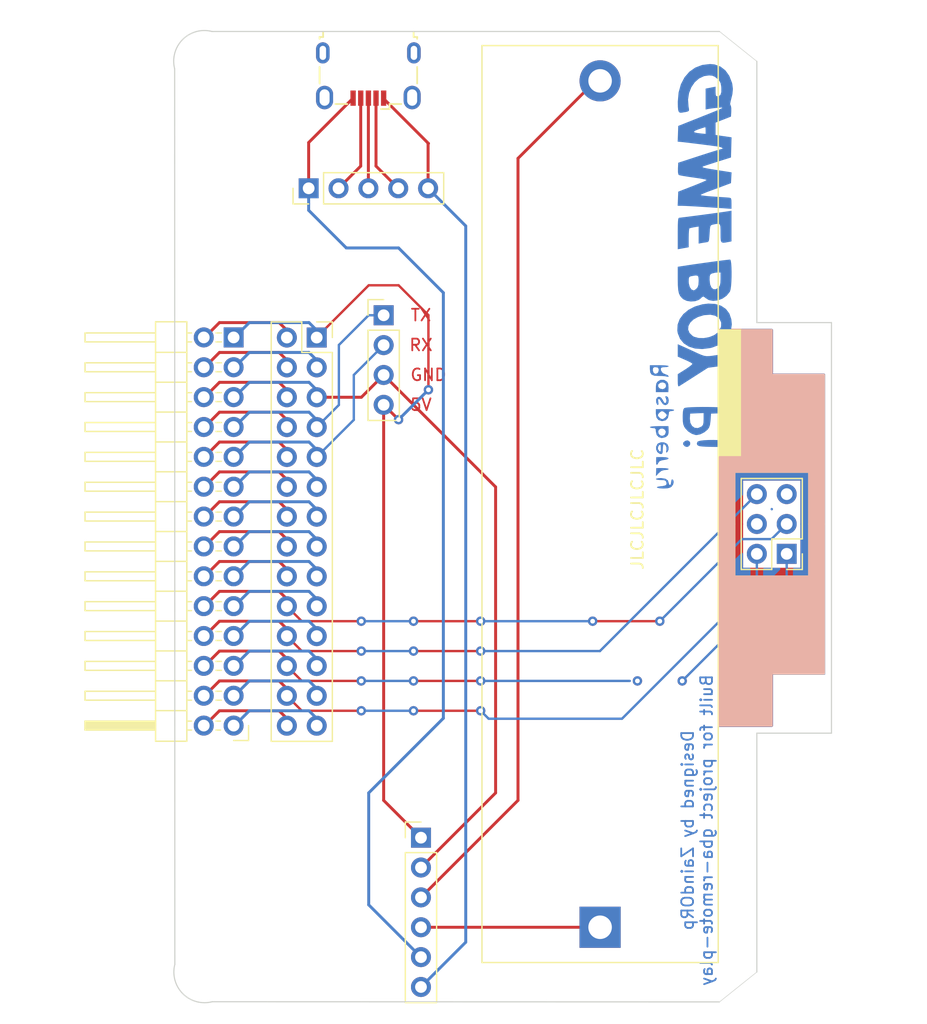
<source format=kicad_pcb>
(kicad_pcb (version 20211014) (generator pcbnew)
  (layers (0 "F.Cu" signal) (31 "B.Cu" signal) (34 "B.Paste" user) (35 "F.Paste" user) (36 "B.SilkS" user "B.Silkscreen") (37 "F.SilkS" user "F.Silkscreen") (38 "B.Mask" user) (39 "F.Mask" user) (44 "Edge.Cuts" user))
  (net 0 "")
  (footprint "Connector_PinSocket_2.54mm:PinSocket_2x14_P2.54mm_Vertical" (layer "F.Cu") (at 147.34 79.375)
    (fp_text reference "REF**" hide)
    (fp_text value "PinSocket_2x14_P2.54mm_Vertical")
    (pad "1" thru_hole rect (at 0 0) (size 1.7 1.7) (drill 1) (layers *.Cu *.Mask))
    (pad "2" thru_hole oval (at -2.54 0) (size 1.7 1.7) (drill 1) (layers *.Cu *.Mask))
    (pad "3" thru_hole oval (at 0 2.54) (size 1.7 1.7) (drill 1) (layers *.Cu *.Mask))
    (pad "4" thru_hole oval (at -2.54 2.54) (size 1.7 1.7) (drill 1) (layers *.Cu *.Mask))
    (pad "5" thru_hole oval (at 0 5.08) (size 1.7 1.7) (drill 1) (layers *.Cu *.Mask))
    (pad "6" thru_hole oval (at -2.54 5.08) (size 1.7 1.7) (drill 1) (layers *.Cu *.Mask))
    (pad "7" thru_hole oval (at 0 7.62) (size 1.7 1.7) (drill 1) (layers *.Cu *.Mask))
    (pad "8" thru_hole oval (at -2.54 7.62) (size 1.7 1.7) (drill 1) (layers *.Cu *.Mask))
    (pad "9" thru_hole oval (at 0 10.16) (size 1.7 1.7) (drill 1) (layers *.Cu *.Mask))
    (pad "10" thru_hole oval (at -2.54 10.16) (size 1.7 1.7) (drill 1) (layers *.Cu *.Mask))
    (pad "11" thru_hole oval (at 0 12.7) (size 1.7 1.7) (drill 1) (layers *.Cu *.Mask))
    (pad "12" thru_hole oval (at -2.54 12.7) (size 1.7 1.7) (drill 1) (layers *.Cu *.Mask))
    (pad "13" thru_hole oval (at 0 15.24) (size 1.7 1.7) (drill 1) (layers *.Cu *.Mask))
    (pad "14" thru_hole oval (at -2.54 15.24) (size 1.7 1.7) (drill 1) (layers *.Cu *.Mask))
    (pad "15" thru_hole oval (at 0 17.78) (size 1.7 1.7) (drill 1) (layers *.Cu *.Mask))
    (pad "16" thru_hole oval (at -2.54 17.78) (size 1.7 1.7) (drill 1) (layers *.Cu *.Mask))
    (pad "17" thru_hole oval (at 0 20.32) (size 1.7 1.7) (drill 1) (layers *.Cu *.Mask))
    (pad "18" thru_hole oval (at -2.54 20.32) (size 1.7 1.7) (drill 1) (layers *.Cu *.Mask))
    (pad "19" thru_hole oval (at 0 22.86) (size 1.7 1.7) (drill 1) (layers *.Cu *.Mask))
    (pad "20" thru_hole oval (at -2.54 22.86) (size 1.7 1.7) (drill 1) (layers *.Cu *.Mask))
    (pad "21" thru_hole oval (at 0 25.4) (size 1.7 1.7) (drill 1) (layers *.Cu *.Mask))
    (pad "22" thru_hole oval (at -2.54 25.4) (size 1.7 1.7) (drill 1) (layers *.Cu *.Mask))
    (pad "23" thru_hole oval (at 0 27.94) (size 1.7 1.7) (drill 1) (layers *.Cu *.Mask))
    (pad "24" thru_hole oval (at -2.54 27.94) (size 1.7 1.7) (drill 1) (layers *.Cu *.Mask))
    (pad "25" thru_hole oval (at 0 30.48) (size 1.7 1.7) (drill 1) (layers *.Cu *.Mask))
    (pad "26" thru_hole oval (at -2.54 30.48) (size 1.7 1.7) (drill 1) (layers *.Cu *.Mask))
    (pad "27" thru_hole oval (at 0 33.02) (size 1.7 1.7) (drill 1) (layers *.Cu *.Mask))
    (pad "28" thru_hole oval (at -2.54 33.02) (size 1.7 1.7) (drill 1) (layers *.Cu *.Mask))
  )
  (footprint "MountingHole:MountingHole_2.2mm_M2" (layer "F.Cu") (at 188.595 110.49)
    (fp_text reference "REF**" hide)
    (fp_text value "MountingHole_2.2mm_M2")
    (pad "" np_thru_hole circle (at 0 0) (size 2.2 2.2) (drill 2.2) (layers *.Cu *.Mask))
  )
  (footprint "Connector_PinHeader_2.54mm:PinHeader_1x04_P2.54mm_Vertical" (layer "F.Cu") (at 153.035 77.48)
    (fp_text reference "REF**" hide)
    (fp_text value "PinHeader_1x04_P2.54mm_Vertical")
    (pad "1" thru_hole rect (at 0 0) (size 1.7 1.7) (drill 1) (layers *.Cu *.Mask))
    (pad "2" thru_hole oval (at 0 2.54) (size 1.7 1.7) (drill 1) (layers *.Cu *.Mask))
    (pad "3" thru_hole oval (at 0 5.08) (size 1.7 1.7) (drill 1) (layers *.Cu *.Mask))
    (pad "4" thru_hole oval (at 0 7.62) (size 1.7 1.7) (drill 1) (layers *.Cu *.Mask))
  )
  (footprint "Symbol:OSHW-Symbol_6.7x6mm_Copper" (layer "F.Cu") (at 147.955 128.27 90)
    (fp_text reference "REF**" hide)
    (fp_text value "OSHW-Symbol_6.7x6mm_Copper" hide)
  )
  (footprint "Battery:BatteryHolder_MPD_BH-18650-PC2" (layer "F.Cu") (at 171.45 129.54 90)
    (fp_text reference "REF**" hide)
    (fp_text value "BatteryHolder_MPD_BH-18650-PC2")
    (pad "" np_thru_hole circle (at 64.255 0 90) (size 3.2 3.2) (drill 3.2) (layers *.Cu *.Mask))
    (pad "" np_thru_hole circle (at 8.645 0 90) (size 3.2 3.2) (drill 3.2) (layers *.Cu *.Mask))
    (pad "1" thru_hole rect (at 0 0 90) (size 3.5 3.5) (drill 2) (layers *.Cu *.Mask))
    (pad "2" thru_hole circle (at 72 0 90) (size 3.5 3.5) (drill 2) (layers *.Cu *.Mask))
  )
  (footprint "Connector_PinHeader_2.54mm:PinHeader_2x14_P2.54mm_Horizontal" (layer "F.Cu") (at 140.27 112.385 180)
    (fp_text reference "REF**" hide)
    (fp_text value "PinHeader_2x14_P2.54mm_Horizontal")
    (pad "1" thru_hole rect (at 0 33.02 180) (size 1.7 1.7) (drill 1) (layers *.Cu *.Mask))
    (pad "2" thru_hole oval (at 2.54 33.02 180) (size 1.7 1.7) (drill 1) (layers *.Cu *.Mask))
    (pad "3" thru_hole oval (at 0 30.48 180) (size 1.7 1.7) (drill 1) (layers *.Cu *.Mask))
    (pad "4" thru_hole oval (at 2.54 30.48 180) (size 1.7 1.7) (drill 1) (layers *.Cu *.Mask))
    (pad "5" thru_hole oval (at 0 27.94 180) (size 1.7 1.7) (drill 1) (layers *.Cu *.Mask))
    (pad "6" thru_hole oval (at 2.54 27.94 180) (size 1.7 1.7) (drill 1) (layers *.Cu *.Mask))
    (pad "7" thru_hole oval (at 0 25.4 180) (size 1.7 1.7) (drill 1) (layers *.Cu *.Mask))
    (pad "8" thru_hole oval (at 2.54 25.4 180) (size 1.7 1.7) (drill 1) (layers *.Cu *.Mask))
    (pad "9" thru_hole oval (at 0 22.86 180) (size 1.7 1.7) (drill 1) (layers *.Cu *.Mask))
    (pad "10" thru_hole oval (at 2.54 22.86 180) (size 1.7 1.7) (drill 1) (layers *.Cu *.Mask))
    (pad "11" thru_hole oval (at 0 20.32 180) (size 1.7 1.7) (drill 1) (layers *.Cu *.Mask))
    (pad "12" thru_hole oval (at 2.54 20.32 180) (size 1.7 1.7) (drill 1) (layers *.Cu *.Mask))
    (pad "13" thru_hole oval (at 0 17.78 180) (size 1.7 1.7) (drill 1) (layers *.Cu *.Mask))
    (pad "14" thru_hole oval (at 2.54 17.78 180) (size 1.7 1.7) (drill 1) (layers *.Cu *.Mask))
    (pad "15" thru_hole oval (at 0 15.24 180) (size 1.7 1.7) (drill 1) (layers *.Cu *.Mask))
    (pad "16" thru_hole oval (at 2.54 15.24 180) (size 1.7 1.7) (drill 1) (layers *.Cu *.Mask))
    (pad "17" thru_hole oval (at 0 12.7 180) (size 1.7 1.7) (drill 1) (layers *.Cu *.Mask))
    (pad "18" thru_hole oval (at 2.54 12.7 180) (size 1.7 1.7) (drill 1) (layers *.Cu *.Mask))
    (pad "19" thru_hole oval (at 0 10.16 180) (size 1.7 1.7) (drill 1) (layers *.Cu *.Mask))
    (pad "20" thru_hole oval (at 2.54 10.16 180) (size 1.7 1.7) (drill 1) (layers *.Cu *.Mask))
    (pad "21" thru_hole oval (at 0 7.62 180) (size 1.7 1.7) (drill 1) (layers *.Cu *.Mask))
    (pad "22" thru_hole oval (at 2.54 7.62 180) (size 1.7 1.7) (drill 1) (layers *.Cu *.Mask))
    (pad "23" thru_hole oval (at 0 5.08 180) (size 1.7 1.7) (drill 1) (layers *.Cu *.Mask))
    (pad "24" thru_hole oval (at 2.54 5.08 180) (size 1.7 1.7) (drill 1) (layers *.Cu *.Mask))
    (pad "25" thru_hole oval (at 0 2.54 180) (size 1.7 1.7) (drill 1) (layers *.Cu *.Mask))
    (pad "26" thru_hole oval (at 2.54 2.54 180) (size 1.7 1.7) (drill 1) (layers *.Cu *.Mask))
    (pad "27" thru_hole circle (at 0 0 180) (size 1.7 1.7) (drill 1) (layers *.Cu *.Mask))
    (pad "28" thru_hole oval (at 2.54 0 180) (size 1.7 1.7) (drill 1) (layers *.Cu *.Mask))
  )
  (footprint "Connector_PinHeader_2.54mm:PinHeader_1x05_P2.54mm_Vertical" (layer "F.Cu") (at 146.655 66.68 90)
    (fp_text reference "REF**" hide)
    (fp_text value "PinHeader_1x05_P2.54mm_Vertical")
    (pad "1" thru_hole rect (at 0 0 90) (size 1.7 1.7) (drill 1) (layers *.Cu *.Mask))
    (pad "2" thru_hole oval (at 0 2.54 90) (size 1.7 1.7) (drill 1) (layers *.Cu *.Mask))
    (pad "3" thru_hole oval (at 0 5.08 90) (size 1.7 1.7) (drill 1) (layers *.Cu *.Mask))
    (pad "4" thru_hole oval (at 0 7.62 90) (size 1.7 1.7) (drill 1) (layers *.Cu *.Mask))
    (pad "5" thru_hole oval (at 0 10.16 90) (size 1.7 1.7) (drill 1) (layers *.Cu *.Mask))
  )
  (footprint "MountingHole:MountingHole_2.2mm_M2" (layer "F.Cu") (at 188.595 80.645)
    (fp_text reference "REF**" hide)
    (fp_text value "MountingHole_2.2mm_M2")
    (pad "" np_thru_hole circle (at 0 0) (size 2.2 2.2) (drill 2.2) (layers *.Cu *.Mask))
  )
  (footprint "Connector_PinHeader_2.54mm:PinHeader_1x06_P2.54mm_Vertical" (layer "F.Cu") (at 156.21 121.92)
    (fp_text reference "REF**" hide)
    (fp_text value "PinHeader_1x06_P2.54mm_Vertical")
    (pad "1" thru_hole rect (at 0 0) (size 1.7 1.7) (drill 1) (layers *.Cu *.Mask))
    (pad "2" thru_hole oval (at 0 2.54) (size 1.7 1.7) (drill 1) (layers *.Cu *.Mask))
    (pad "3" thru_hole oval (at 0 5.08) (size 1.7 1.7) (drill 1) (layers *.Cu *.Mask))
    (pad "4" thru_hole oval (at 0 7.62) (size 1.7 1.7) (drill 1) (layers *.Cu *.Mask))
    (pad "5" thru_hole oval (at 0 10.16) (size 1.7 1.7) (drill 1) (layers *.Cu *.Mask))
    (pad "6" thru_hole oval (at 0 12.7) (size 1.7 1.7) (drill 1) (layers *.Cu *.Mask))
  )
  (footprint "Connector_USB:USB_Micro-B_Wuerth_629105150521" (layer "F.Cu") (at 151.735 57.11 180)
    (fp_text reference "REF**" hide)
    (fp_text value "USB_Micro-B_Wuerth_629105150521")
    (pad "" np_thru_hole oval (at 2.5 -0.8 180) (size 0.8 0.8) (drill 0.8) (layers *.Cu *.Mask))
    (pad "" np_thru_hole oval (at -2.5 -0.8 180) (size 0.8 0.8) (drill 0.8) (layers *.Cu *.Mask))
    (pad "1" smd rect (at -1.3 -1.9 180) (size 0.45 1.3) (layers "F.Cu" "F.Paste" "F.Mask"))
    (pad "2" smd rect (at -0.65 -1.9 180) (size 0.45 1.3) (layers "F.Cu" "F.Paste" "F.Mask"))
    (pad "3" smd rect (at 0 -1.9 180) (size 0.45 1.3) (layers "F.Cu" "F.Paste" "F.Mask"))
    (pad "4" smd rect (at 0.65 -1.9 180) (size 0.45 1.3) (layers "F.Cu" "F.Paste" "F.Mask"))
    (pad "5" smd rect (at 1.3 -1.9 180) (size 0.45 1.3) (layers "F.Cu" "F.Paste" "F.Mask"))
    (pad "6" thru_hole oval (at -3.725 -1.85 180) (size 1.45 2) (drill oval 0.85 1.4) (layers *.Cu *.Mask))
    (pad "6" thru_hole oval (at 3.875 1.95 180) (size 1.15 1.8) (drill oval 0.55 1.2) (layers *.Cu *.Mask))
    (pad "6" thru_hole oval (at 3.725 -1.85 180) (size 1.45 2) (drill oval 0.85 1.4) (layers *.Cu *.Mask))
    (pad "6" thru_hole oval (at -3.875 1.95 180) (size 1.15 1.8) (drill oval 0.55 1.2) (layers *.Cu *.Mask))
  )
  (footprint "Connector_PinHeader_2.54mm:PinHeader_2x03_P2.54mm_Vertical" (layer "F.Cu") (at 187.325 97.775 180)
    (fp_text reference "REF**" hide)
    (fp_text value "PinHeader_2x03_P2.54mm_Vertical")
    (pad "1" thru_hole oval (at 2.54 5.08 180) (size 1.7 1.7) (drill 1) (layers *.Cu *.Mask))
    (pad "2" thru_hole oval (at 0 5.08 180) (size 1.7 1.7) (drill 1) (layers *.Cu *.Mask))
    (pad "3" thru_hole oval (at 2.54 2.54 180) (size 1.7 1.7) (drill 1) (layers *.Cu *.Mask))
    (pad "4" thru_hole oval (at 0 2.54 180) (size 1.7 1.7) (drill 1) (layers *.Cu *.Mask))
    (pad "5" thru_hole oval (at 2.54 0 180) (size 1.7 1.7) (drill 1) (layers *.Cu *.Mask))
    (pad "6" thru_hole rect (at 0 0 180) (size 1.7 1.7) (drill 1) (layers *.Cu *.Mask))
  )
  (footprint "LOGO" (layer "B.Cu") (at 179.07 86.995 -90)
    (fp_text reference "G***" hide)
    (fp_text value "LOGO" hide)
    (fp_poly (pts (xy 1.910359 2.851996) (xy 2.131006 2.747646) (xy 2.270273 2.560473) (xy 2.293646 2.4275) (xy 2.259504 2.34074) (xy 2.132069 2.29774) (xy 1.873825 2.286002) (xy 1.868896 2.286) (xy 1.626578 2.272632) (xy 1.47279 2.238455) (xy 1.444147 2.2117) (xy 1.518418 2.069307) (xy 1.704047 1.982283) (xy 1.945257 1.975568) (xy 1.964416 1.979073) (xy 2.136323 2.004607) (xy 2.171267 1.973383) (xy 2.123703 1.904948) (xy 1.937844 1.798322) (xy 1.694405 1.79204) (xy 1.470374 1.883074) (xy 1.414839 1.932833) (xy 1.298979 2.165208) (xy 1.287249 2.440138) (xy 1.311034 2.503017) (xy 1.485266 2.503017) (xy 1.548507 2.465599) (xy 1.74824 2.45542) (xy 1.783947 2.455333) (xy 2.002642 2.463157) (xy 2.081201 2.496403) (xy 2.049041 2.569732) (xy 2.038796 2.582333) (xy 1.876822 2.690753) (xy 1.783947 2.709333) (xy 1.605812 2.648266) (xy 1.529097 2.582333) (xy 1.485266 2.503017) (xy 1.311034 2.503017) (xy 1.37824 2.68069) (xy 1.429599 2.738544) (xy 1.6595 2.855102)) (layer "B.Cu") (width 0) (fill solid))
    (fp_poly (pts (xy -4.640836 3.352757) (xy -4.459851 3.233971) (xy -4.370171 3.00472) (xy -4.351661 2.643855) (xy -4.346338 2.337231) (xy -4.320776 2.072166) (xy -4.296189 1.958483) (xy -4.268157 1.814368) (xy -4.331025 1.791685) (xy -4.344764 1.795781) (xy -4.443765 1.900373) (xy -4.487113 2.038632) (xy -4.592569 2.281931) (xy -4.801506 2.430787) (xy -4.943327 2.455333) (xy -5.04522 2.420136) (xy -5.089838 2.287114) (xy -5.09699 2.116666) (xy -5.115831 1.904593) (xy -5.162897 1.786636) (xy -5.18194 1.778) (xy -5.222009 1.858226) (xy -5.25079 2.081568) (xy -5.265536 2.422023) (xy -5.266889 2.582333) (xy -5.266889 2.935111) (xy -5.09699 2.935111) (xy -5.075031 2.757302) (xy -5.040357 2.681111) (xy -4.883012 2.625694) (xy -4.692335 2.66787) (xy -4.596227 2.740935) (xy -4.531735 2.913979) (xy -4.609422 3.057742) (xy -4.802039 3.130363) (xy -4.851229 3.132666) (xy -5.030159 3.106859) (xy -5.093148 3.002886) (xy -5.09699 2.935111) (xy -5.266889 2.935111) (xy -5.266889 3.386666) (xy -4.933158 3.386666)) (layer "B.Cu") (width 0) (fill solid))
    (fp_poly (pts (xy 3.131952 2.847596) (xy 3.219286 2.800376) (xy 3.145591 2.720551) (xy 3.036957 2.66591) (xy 2.900931 2.558395) (xy 2.825601 2.356006) (xy 2.803345 2.207908) (xy 2.749539 1.920145) (xy 2.682142 1.793679) (xy 2.616171 1.822888) (xy 2.566643 2.002153) (xy 2.548495 2.303287) (xy 2.548495 2.842684) (xy 2.888294 2.856189)) (layer "B.Cu") (width 0) (fill solid))
    (fp_poly (pts (xy -0.496889 0.583804) (xy -0.247066 0.548958) (xy -0.052101 0.475743) (xy 0.095564 0.38617) (xy 0.367256 0.133315) (xy 0.573127 -0.187429) (xy 0.674904 -0.512284) (xy 0.679599 -0.587015) (xy 0.615867 -0.902485) (xy 0.449226 -1.239722) (xy 0.216696 -1.524) (xy 0.040918 -1.651075) (xy -0.180207 -1.727658) (xy -0.503455 -1.771851) (xy -0.580038 -1.778) (xy -1.146823 -1.820334) (xy -1.171477 -2.517677) (xy -1.190467 -2.876369) (xy -1.222184 -3.102225) (xy -1.275127 -3.231692) (xy -1.353694 -3.299065) (xy -1.520034 -3.333981) (xy -1.598241 -3.278648) (xy -1.634556 -3.151978) (xy -1.664381 -2.887881) (xy -1.687524 -2.517927) (xy -1.703796 -2.07369) (xy -1.713003 -1.586743) (xy -1.714577 -1.185334) (xy -1.19706 -1.185334) (xy -0.688297 -1.185334) (xy -0.387441 -1.175291) (xy -0.204545 -1.135132) (xy -0.088343 -1.049806) (xy -0.047292 -0.997161) (xy 0.080308 -0.70201) (xy 0.057216 -0.429884) (xy -0.097391 -0.207156) (xy -0.36434 -0.060199) (xy -0.724453 -0.015384) (xy -0.759827 -0.0172) (xy -1.146823 -0.042334) (xy -1.171941 -0.613834) (xy -1.19706 -1.185334) (xy -1.714577 -1.185334) (xy -1.714956 -1.088658) (xy -1.709464 -0.611008) (xy -1.696334 -0.185366) (xy -1.675375 0.156697) (xy -1.646398 0.383607) (xy -1.620866 0.457477) (xy -1.50977 0.532454) (xy -1.308637 0.575213) (xy -0.983079 0.591855) (xy -0.858816 0.592666)) (layer "B.Cu") (width 0) (fill solid))
    (fp_poly (pts (xy 0.059646 3.313094) (xy 0.084943 3.135827) (xy 0.08495 3.132666) (xy 0.102739 2.959322) (xy 0.191045 2.890304) (xy 0.369108 2.878666) (xy 0.662522 2.810639) (xy 0.856675 2.631834) (xy 0.933596 2.380171) (xy 0.875309 2.093566) (xy 0.801863 1.965683) (xy 0.67623 1.842245) (xy 0.492997 1.792986) (xy 0.292164 1.791238) (xy -0.08495 1.805455) (xy -0.08495 2.344706) (xy 0.115865 2.344706) (xy 0.178343 2.164244) (xy 0.328083 2.047635) (xy 0.424749 2.032) (xy 0.604298 2.093064) (xy 0.676216 2.154937) (xy 0.745112 2.342408) (xy 0.687478 2.524021) (xy 0.540798 2.649728) (xy 0.342553 2.669481) (xy 0.300558 2.656521) (xy 0.152615 2.528854) (xy 0.115865 2.344706) (xy -0.08495 2.344706) (xy -0.08495 2.596061) (xy -0.07634 2.970864) (xy -0.052412 3.239483) (xy -0.016021 3.375356) (xy 0 3.386666)) (layer "B.Cu") (width 0) (fill solid))
    (fp_poly (pts (xy 1.51498 -0.648974) (xy 1.575327 -0.712454) (xy 1.618155 -0.833109) (xy 1.647387 -1.038816) (xy 1.666944 -1.357449) (xy 1.680747 -1.816886) (xy 1.681029 -1.829397) (xy 1.686946 -2.257763) (xy 1.685367 -2.637331) (xy 1.67692 -2.92919) (xy 1.66223 -3.094431) (xy 1.660525 -3.102161) (xy 1.556821 -3.28732) (xy 1.398574 -3.327267) (xy 1.239754 -3.226124) (xy 1.177521 -3.073018) (xy 1.131931 -2.795313) (xy 1.102997 -2.432331) (xy 1.090732 -2.023397) (xy 1.09515 -1.607836) (xy 1.116263 -1.224972) (xy 1.154086 -0.914128) (xy 1.208631 -0.714629) (xy 1.238893 -0.671444) (xy 1.402457 -0.605912)) (layer "B.Cu") (width 0) (fill solid))
    (fp_poly (pts (xy 4.466131 2.802579) (xy 4.496858 2.60829) (xy 4.502341 2.461039) (xy 4.514279 2.200667) (xy 4.562174 2.060548) (xy 4.664148 1.992536) (xy 4.680792 1.986961) (xy 4.849383 1.967675) (xy 4.953456 2.05644) (xy 5.010624 2.277018) (xy 5.027915 2.455333) (xy 5.062049 2.701751) (xy 5.110698 2.794561) (xy 5.161884 2.747417) (xy 5.203627 2.573976) (xy 5.223951 2.287889) (xy 5.224415 2.231336) (xy 5.207616 1.889308) (xy 5.149607 1.664711) (xy 5.062586 1.532836) (xy 4.8775 1.404134) (xy 4.667258 1.355778) (xy 4.498635 1.398126) (xy 4.459866 1.439333) (xy 4.45484 1.526501) (xy 4.47609 1.536896) (xy 4.620666 1.567372) (xy 4.629766 1.569463) (xy 4.79262 1.595944) (xy 4.820903 1.5989) (xy 4.921571 1.650193) (xy 4.900464 1.730878) (xy 4.777967 1.777622) (xy 4.763259 1.778) (xy 4.531549 1.850657) (xy 4.387295 2.066136) (xy 4.332856 2.420697) (xy 4.332442 2.461381) (xy 4.347931 2.700878) (xy 4.387478 2.851803) (xy 4.417391 2.878666)) (layer "B.Cu") (width 0) (fill solid))
    (fp_poly (pts (xy -0.815962 2.824091) (xy -0.600596 2.65942) (xy -0.512265 2.38324) (xy -0.509699 2.313622) (xy -0.58245 2.032191) (xy -0.783731 1.845816) (xy -1.088087 1.778002) (xy -1.089799 1.778) (xy -1.278852 1.757739) (xy -1.350967 1.671027) (xy -1.359197 1.57133) (xy -1.390519 1.392057) (xy -1.444147 1.312333) (xy -1.486857 1.364592) (xy -1.515305 1.575557) (xy -1.528354 1.935104) (xy -1.529097 2.069336) (xy -1.529097 2.350119) (xy -1.359197 2.350119) (xy -1.305077 2.219195) (xy -1.183286 2.065698) (xy -1.054674 1.960283) (xy -1.0123 1.947333) (xy -0.90603 2.000834) (xy -0.813091 2.080381) (xy -0.704776 2.23628) (xy -0.679599 2.328333) (xy -0.73767 2.476555) (xy -0.867888 2.627769) (xy -1.004259 2.707979) (xy -1.019398 2.709333) (xy -1.146318 2.64671) (xy -1.282332 2.508138) (xy -1.357492 2.367558) (xy -1.359197 2.350119) (xy -1.529097 2.350119) (xy -1.529097 2.878666) (xy -1.159989 2.878666)) (layer "B.Cu") (width 0) (fill solid))
    (fp_poly (pts (xy 3.912044 2.628718) (xy 3.722683 2.400731) (xy 3.655093 2.153481) (xy 3.652843 2.082697) (xy 3.632051 1.883533) (xy 3.580751 1.781508) (xy 3.567893 1.778) (xy 3.523143 1.855498) (xy 3.492629 2.059642) (xy 3.482943 2.310342) (xy 3.482943 2.842684) (xy 4.171245 2.87004)) (layer "B.Cu") (width 0) (fill solid))
    (fp_poly (pts (xy 1.645595 0.404351) (xy 1.646982 0.402166) (xy 1.692545 0.21457) (xy 1.620637 0.053828) (xy 1.476715 -0.044135) (xy 1.30624 -0.043394) (xy 1.190234 0.041209) (xy 1.123019 0.185942) (xy 1.17015 0.372632) (xy 1.177743 0.389536) (xy 1.314933 0.551006) (xy 1.483177 0.556275)) (layer "B.Cu") (width 0) (fill solid))
    (fp_poly (pts (xy -2.973244 1.814827) (xy -3.351465 1.798421) (xy -3.665052 1.819555) (xy -3.855599 1.907509) (xy -4.020405 2.168408) (xy -4.023397 2.275792) (xy -3.806281 2.275792) (xy -3.725841 2.091207) (xy -3.69165 2.061191) (xy -3.498916 2.004301) (xy -3.327242 2.081482) (xy -3.232972 2.261161) (xy -3.228094 2.320945) (xy -3.283653 2.537228) (xy -3.420371 2.667667) (xy -3.593303 2.67587) (xy -3.638726 2.653443) (xy -3.775005 2.488252) (xy -3.806281 2.275792) (xy -4.023397 2.275792) (xy -4.028173 2.447216) (xy -3.984631 2.557968) (xy -3.859912 2.745118) (xy -3.703154 2.841391) (xy -3.456714 2.875097) (xy -3.334281 2.87737) (xy -2.973244 2.878666)) (layer "B.Cu") (width 0) (fill solid))
    (fp_poly (pts (xy -2.099113 2.848347) (xy -2.094419 2.847188) (xy -1.911766 2.768923) (xy -1.873018 2.689477) (xy -1.973417 2.64961) (xy -2.115658 2.665229) (xy -2.331095 2.683044) (xy -2.402847 2.627975) (xy -2.325999 2.524833) (xy -2.162582 2.428322) (xy -1.943189 2.267436) (xy -1.865969 2.089083) (xy -1.910834 1.925997) (xy -2.057694 1.810914) (xy -2.286461 1.776569) (xy -2.527257 1.834073) (xy -2.624123 1.94573) (xy -2.633445 1.999701) (xy -2.603968 2.077724) (xy -2.488062 2.044602) (xy -2.456907 2.028459) (xy -2.266756 1.975194) (xy -2.105505 2.002961) (xy -2.038796 2.09873) (xy -2.10866 2.17715) (xy -2.280279 2.27614) (xy -2.314883 2.291887) (xy -2.520903 2.44062) (xy -2.585947 2.611911) (xy -2.526404 2.764482) (xy -2.358663 2.857053)) (layer "B.Cu") (width 0) (fill solid))
  )
  (footprint "LOGO" (layer "B.Cu") (at 180.34 69.85 -90)
    (fp_text reference "G***" hide)
    (fp_text value "LOGO" hide)
    (fp_poly (pts (xy 9.159105 2.283322) (xy 9.643019 2.087924) (xy 10.026056 1.767209) (xy 10.301874 1.336349) (xy 10.464131 0.810515) (xy 10.506483 0.204879) (xy 10.422589 -0.465388) (xy 10.38137 -0.640406) (xy 10.157283 -1.229039) (xy 9.81849 -1.694042) (xy 9.362972 -2.038184) (xy 9.358979 -2.040387) (xy 8.876047 -2.248714) (xy 8.407801 -2.317882) (xy 7.979598 -2.276503) (xy 7.486238 -2.109743) (xy 7.098639 -1.818111) (xy 6.823163 -1.413824) (xy 6.666177 -0.9091) (xy 6.643334 -0.487609) (xy 7.583238 -0.487609) (xy 7.672755 -0.908675) (xy 7.894032 -1.226073) (xy 7.951934 -1.275548) (xy 8.249094 -1.409817) (xy 8.587269 -1.40408) (xy 8.92087 -1.263844) (xy 9.077374 -1.139621) (xy 9.321383 -0.810035) (xy 9.488461 -0.391309) (xy 9.57136 0.066448) (xy 9.56283 0.513124) (xy 9.455622 0.898612) (xy 9.38923 1.016091) (xy 9.133391 1.282208) (xy 8.846621 1.397585) (xy 8.548543 1.37309) (xy 8.258784 1.219592) (xy 7.99697 0.94796) (xy 7.782726 0.569062) (xy 7.635679 0.093767) (xy 7.625001 0.039064) (xy 7.583238 -0.487609) (xy 6.643334 -0.487609) (xy 6.634042 -0.316158) (xy 6.697044 0.186004) (xy 6.883696 0.828381) (xy 7.165621 1.373926) (xy 7.527219 1.809352) (xy 7.952891 2.121371) (xy 8.42704 2.296695) (xy 8.934066 2.322037)) (layer "B.Cu") (width 0) (fill solid))
    (fp_poly (pts (xy -1.679627 1.927848) (xy -1.672499 1.679042) (xy -1.652665 1.270374) (xy -1.620659 0.710797) (xy -1.577014 0.009261) (xy -1.522265 -0.825279) (xy -1.467441 -1.631862) (xy -1.422233 -2.288028) (xy -1.890252 -2.288028) (xy -2.159845 -2.281276) (xy -2.302642 -2.249898) (xy -2.360995 -2.177212) (xy -2.3739 -2.097528) (xy -2.385032 -1.959071) (xy -2.396281 -1.810385) (xy -2.41002 -1.617656) (xy -2.428625 -1.347072) (xy -2.454468 -0.964819) (xy -2.477923 -0.615862) (xy -2.508011 -0.237329) (xy -2.541321 0.069862) (xy -2.573596 0.272007) (xy -2.59824 0.336268) (xy -2.649799 0.262004) (xy -2.74152 0.063025) (xy -2.85788 -0.225468) (xy -2.92494 -0.404565) (xy -3.076651 -0.818225) (xy -3.236616 -1.25139) (xy -3.375332 -1.624231) (xy -3.401995 -1.695362) (xy -3.608712 -2.245695) (xy -4.067898 -2.270602) (xy -4.527085 -2.295508) (xy -4.71629 -1.088711) (xy -4.797328 -0.582288) (xy -4.859693 -0.223024) (xy -4.908284 0.009609) (xy -4.948 0.136137) (xy -4.98374 0.177086) (xy -5.014377 0.16025) (xy -5.049589 0.071173) (xy -5.125331 -0.150199) (xy -5.23186 -0.474467) (xy -5.359431 -0.872228) (xy -5.418902 -1.060362) (xy -5.791989 -2.245695) (xy -6.649535 -2.269736) (xy -7.507082 -2.293777) (xy -7.557343 -1.952236) (xy -7.605581 -1.624325) (xy -7.654478 -1.291766) (xy -7.657379 -1.272028) (xy -7.707155 -0.933362) (xy -8.754856 -0.933362) (xy -9.011959 -1.589528) (xy -9.269062 -2.245695) (xy -9.721486 -2.271742) (xy -9.983993 -2.271371) (xy -10.171907 -2.242432) (xy -10.227472 -2.211126) (xy -10.349665 -2.173825) (xy -10.615604 -2.225233) (xy -10.658819 -2.23785) (xy -11.183571 -2.367627) (xy -11.622109 -2.407301) (xy -12.029438 -2.360209) (xy -12.157121 -2.328748) (xy -12.741118 -2.099625) (xy -13.199837 -1.771375) (xy -13.524417 -1.354394) (xy -13.705996 -0.859079) (xy -13.743259 -0.467695) (xy -13.664415 0.200945) (xy -13.441027 0.793439) (xy -13.084224 1.300273) (xy -12.605136 1.71193) (xy -12.014893 2.018896) (xy -11.324622 2.211655) (xy -10.545455 2.280692) (xy -10.528604 2.280746) (xy -10.107623 2.274912) (xy -9.830056 2.249089) (xy -9.670268 2.193114) (xy -9.602624 2.096826) (xy -9.60149 1.950061) (xy -9.606736 1.915281) (xy -9.660079 1.595505) (xy -9.707919 1.410894) (xy -9.779137 1.330809) (xy -9.902616 1.324608) (xy -10.107236 1.361652) (xy -10.125357 1.365075) (xy -10.70811 1.407625) (xy -11.261132 1.324124) (xy -11.761292 1.129831) (xy -12.185458 0.840004) (xy -12.510501 0.4699) (xy -12.713289 0.034778) (xy -12.77227 -0.380899) (xy -12.748358 -0.657691) (xy -12.653064 -0.873952) (xy -12.489887 -1.074649) (xy -12.298521 -1.259844) (xy -12.112953 -1.360448) (xy -11.859848 -1.409947) (xy -11.728015 -1.422546) (xy -11.350179 -1.423356) (xy -11.113247 -1.346968) (xy -11.004646 -1.187723) (xy -10.99427 -1.092328) (xy -11.020758 -0.995308) (xy -11.127519 -0.947664) (xy -11.355498 -0.933563) (xy -11.405421 -0.933362) (xy -11.816572 -0.933362) (xy -11.732869 -0.510028) (xy -11.649165 -0.086695) (xy -9.874759 -0.086695) (xy -9.925987 -0.361862) (xy -9.961976 -0.601823) (xy -9.999734 -0.924539) (xy -10.020897 -1.145028) (xy -10.035735 -1.327192) (xy -10.040533 -1.452908) (xy -10.028939 -1.509976) (xy -9.994603 -1.486195) (xy -9.931174 -1.369365) (xy -9.832302 -1.147285) (xy -9.691635 -0.807754) (xy -9.502823 -0.338572) (xy -9.391676 -0.059444) (xy -8.369604 -0.059444) (xy -8.295233 -0.077728) (xy -8.113227 -0.086549) (xy -8.083671 -0.086695) (xy -7.797738 -0.086695) (xy -7.836348 0.315472) (xy -7.881458 0.676814) (xy -7.935241 0.869913) (xy -8.003773 0.89584) (xy -8.093135 0.755666) (xy -8.209403 0.450462) (xy -8.23135 0.385056) (xy -8.30943 0.144617) (xy -8.359558 -0.018955) (xy -8.369604 -0.059444) (xy -9.391676 -0.059444) (xy -9.259514 0.272462) (xy -9.183537 0.463638) (xy -8.47696 2.241638) (xy -7.807007 2.265927) (xy -7.137053 2.290215) (xy -7.117641 2.05426) (xy -7.099152 1.875546) (xy -7.063317 1.56545) (xy -7.014694 1.160499) (xy -6.957837 0.697222) (xy -6.897304 0.212146) (xy -6.837652 -0.258199) (xy -6.783436 -0.677286) (xy -6.739214 -1.008587) (xy -6.710642 -1.208528) (xy -6.658619 -1.402158) (xy -6.589539 -1.517927) (xy -6.529904 -1.528404) (xy -6.506154 -1.420195) (xy -6.480626 -1.311754) (xy -6.4096 -1.067266) (xy -6.3007 -0.711468) (xy -6.161552 -0.269099) (xy -5.999779 0.235104) (xy -5.925526 0.463638) (xy -5.345681 2.241638) (xy -4.854663 2.267428) (xy -4.528877 2.266039) (xy -4.337349 2.223301) (xy -4.301803 2.193155) (xy -4.268162 2.075771) (xy -4.219539 1.82471) (xy -4.161898 1.474327) (xy -4.101205 1.058979) (xy -4.087843 0.960866) (xy -4.028206 0.546616) (xy -3.970773 0.200362) (xy -3.921207 -0.047246) (xy -3.885174 -0.165559) (xy -3.878612 -0.171362) (xy -3.829902 -0.096679) (xy -3.733223 0.109254) (xy -3.600403 0.419264) (xy -3.443271 0.806178) (xy -3.353399 1.035138) (xy -2.885299 2.241638) (xy -1.680937 2.29139)) (layer "B.Cu") (width 0) (fill solid))
    (fp_poly (pts (xy 5.086527 2.275885) (xy 5.480138 2.245658) (xy 5.769447 2.184344) (xy 5.986712 2.082995) (xy 6.164193 1.932663) (xy 6.270254 1.808579) (xy 6.407113 1.524911) (xy 6.461275 1.169972) (xy 6.434256 0.806265) (xy 6.327573 0.496297) (xy 6.235396 0.371275) (xy 6.080154 0.205895) (xy 6.036097 0.102051) (xy 6.091912 0.004373) (xy 6.148464 -0.054191) (xy 6.340644 -0.357391) (xy 6.409518 -0.727854) (xy 6.364905 -1.128192) (xy 6.21662 -1.521015) (xy 5.97448 -1.868932) (xy 5.648302 -2.134554) (xy 5.594516 -2.164069) (xy 5.417853 -2.21496) (xy 5.130519 -2.253871) (xy 4.766718 -2.280698) (xy 4.360653 -2.295335) (xy 3.94653 -2.297676) (xy 3.558552 -2.287614) (xy 3.230923 -2.265045) (xy 2.997848 -2.229863) (xy 2.893532 -2.181961) (xy 2.891063 -2.172432) (xy 2.902445 -2.040748) (xy 2.933961 -1.770926) (xy 2.981664 -1.392442) (xy 2.986346 -1.356695) (xy 3.99173 -1.356695) (xy 4.542063 -1.356695) (xy 4.874382 -1.344662) (xy 5.0885 -1.30073) (xy 5.234348 -1.213151) (xy 5.26173 -1.187362) (xy 5.414011 -0.958274) (xy 5.411215 -0.751072) (xy 5.267511 -0.582215) (xy 4.997067 -0.468163) (xy 4.614053 -0.425377) (xy 4.605795 -0.425362) (xy 4.3384 -0.434057) (xy 4.18924 -0.473973) (xy 4.10754 -0.565859) (xy 4.074301 -0.64254) (xy 4.010971 -0.898595) (xy 3.99173 -1.108207) (xy 3.99173 -1.356695) (xy 2.986346 -1.356695) (xy 3.041606 -0.93477) (xy 3.109841 -0.427386) (xy 3.182421 0.100237) (xy 3.255399 0.618622) (xy 3.279469 0.784912) (xy 4.24652 0.784912) (xy 4.258842 0.610823) (xy 4.36092 0.530098) (xy 4.578066 0.507043) (xy 4.711396 0.505972) (xy 5.032034 0.525484) (xy 5.240688 0.593593) (xy 5.346396 0.675305) (xy 5.470704 0.826938) (xy 5.51573 0.929305) (xy 5.438129 1.111455) (xy 5.232298 1.256039) (xy 4.938696 1.340263) (xy 4.764313 1.352639) (xy 4.515506 1.345243) (xy 4.385734 1.304035) (xy 4.324782 1.200484) (xy 4.298646 1.088055) (xy 4.24652 0.784912) (xy 3.279469 0.784912) (xy 3.324829 1.098295) (xy 3.365949 1.373805) (xy 3.503906 2.283972) (xy 4.556356 2.283972)) (layer "B.Cu") (width 0) (fill solid))
    (fp_poly (pts (xy 1.846749 1.352638) (xy 1.061569 1.352638) (xy 0.715013 1.346228) (xy 0.437922 1.329037) (xy 0.269918 1.304123) (xy 0.238826 1.289138) (xy 0.202752 1.172264) (xy 0.157375 0.955462) (xy 0.141721 0.865805) (xy 0.082179 0.505972) (xy 1.532163 0.505972) (xy 1.490157 0.273138) (xy 1.446775 0.0101) (xy 1.420663 -0.171362) (xy 1.397794 -0.275049) (xy 1.338775 -0.34078) (xy 1.208637 -0.380582) (xy 0.972407 -0.406483) (xy 0.682129 -0.425362) (xy 0.335958 -0.448029) (xy 0.122616 -0.474817) (xy 0.005887 -0.519753) (xy -0.050442 -0.596866) (xy -0.082587 -0.720182) (xy -0.082909 -0.721695) (xy -0.141192 -1.008014) (xy -0.152079 -1.192075) (xy -0.089624 -1.29644) (xy 0.07212 -1.34367) (xy 0.359102 -1.356326) (xy 0.647396 -1.356695) (xy 1.041519 -1.359762) (xy 1.29206 -1.384195) (xy 1.424766 -1.452837) (xy 1.465381 -1.588533) (xy 1.43965 -1.814127) (xy 1.398813 -2.023445) (xy 1.345896 -2.288028) (xy -1.265277 -2.288028) (xy -1.219202 -2.012862) (xy -1.188753 -1.813954) (xy -1.142914 -1.492986) (xy -1.085487 -1.078611) (xy -1.020274 -0.599487) (xy -0.951076 -0.084269) (xy -0.881694 0.438387) (xy -0.81593 0.939824) (xy -0.757585 1.391387) (xy -0.710462 1.764421) (xy -0.678362 2.030268) (xy -0.665085 2.160273) (xy -0.664937 2.165175) (xy -0.636663 2.21107) (xy -0.537238 2.243901) (xy -0.344761 2.265611) (xy -0.037327 2.278142) (xy 0.406967 2.283433) (xy 0.675311 2.283972) (xy 2.015559 2.283972)) (layer "B.Cu") (width 0) (fill solid))
    (fp_poly (pts (xy 11.415633 1.673088) (xy 11.549071 1.381625) (xy 11.666191 1.158435) (xy 11.745704 1.043304) (xy 11.756322 1.03633) (xy 11.832907 1.091377) (xy 11.972271 1.260519) (xy 12.14997 1.512711) (xy 12.237318 1.647213) (xy 12.640688 2.283972) (xy 13.189539 2.283972) (xy 13.491979 2.275931) (xy 13.648866 2.248444) (xy 13.683369 2.196458) (xy 13.675052 2.178138) (xy 13.609827 2.073984) (xy 13.469936 1.8536) (xy 13.272138 1.543291) (xy 13.033191 1.16936) (xy 12.854402 0.890057) (xy 12.097089 -0.29219) (xy 11.828617 -2.288028) (xy 10.830503 -2.288028) (xy 10.888546 -1.885862) (xy 10.935159 -1.568541) (xy 10.98109 -1.26442) (xy 10.99304 -1.187362) (xy 11.062218 -0.739304) (xy 11.102106 -0.413681) (xy 11.1078 -0.165357) (xy 11.0744 0.0508) (xy 10.997002 0.279924) (xy 10.870703 0.56715) (xy 10.781521 0.759972) (xy 10.605579 1.142026) (xy 10.438205 1.508696) (xy 10.303875 1.806219) (xy 10.251526 1.924138) (xy 10.093747 2.283972) (xy 11.152569 2.283972)) (layer "B.Cu") (width 0) (fill solid))
  )
  (gr_poly (pts (xy 183.515 99.06) (xy 188.595 99.06) (xy 188.595 95.25) (xy 190.5 95.25) (xy 190.5 107.95) (xy 186.055 107.95) (xy 186.055 112.395) (xy 181.61 112.395) (xy 181.61 95.25) (xy 183.515 95.25)) (layer "F.Cu") (width 0.2) (fill solid))
  (gr_poly (pts (xy 186.055 82.55) (xy 190.5 82.55) (xy 190.5 95.25) (xy 188.595 95.25) (xy 188.595 91.44) (xy 183.515 91.44) (xy 183.515 95.25) (xy 181.61 95.25) (xy 181.61 78.74) (xy 186.055 78.74)) (layer "F.Cu") (width 0.2) (fill solid))
  (gr_poly (pts (xy 186.055 99.695) (xy 185.42 100.33) (xy 185.42 99.06) (xy 186.69 99.06)) (layer "B.Cu") (width 0.2) (fill solid))
  (gr_poly (pts (xy 190.5 107.95) (xy 186.055 107.95) (xy 186.055 112.395) (xy 181.61 112.395) (xy 181.61 106.68) (xy 187.96 100.33) (xy 187.96 99.06) (xy 188.595 99.06) (xy 188.595 95.25) (xy 190.5 95.25)) (layer "B.Cu") (width 0.2) (fill solid))
  (gr_poly (pts (xy 183.515 99.06) (xy 184.15 99.06) (xy 184.15 99.695) (xy 181.61 102.235) (xy 181.61 99.695) (xy 183.515 97.79)) (layer "B.Cu") (width 0.2) (fill solid))
  (gr_poly (pts (xy 186.055 82.55) (xy 190.5 82.55) (xy 190.5 95.25) (xy 188.595 95.25) (xy 188.595 91.44) (xy 183.515 91.44) (xy 183.515 92.71) (xy 181.61 94.615) (xy 181.61 89.535) (xy 183.515 89.535) (xy 183.515 78.74) (xy 186.055 78.74)) (layer "B.Cu") (width 0.2) (fill solid))
  (gr_poly (pts (xy 190.5 107.95) (xy 186.055 107.95) (xy 186.055 99.695) (xy 189.23 99.695) (xy 189.23 90.805) (xy 186.055 90.805) (xy 186.055 82.55) (xy 190.5 82.55)) (layer "B.SilkS") (width 0.15) (fill solid))
  (gr_poly (pts (xy 186.055 90.805) (xy 182.88 90.805) (xy 182.88 99.695) (xy 186.055 99.695) (xy 186.055 112.395) (xy 181.61 112.395) (xy 181.61 107.315) (xy 181.61 89.535) (xy 183.515 89.535) (xy 183.515 78.74) (xy 186.055 78.74)) (layer "B.SilkS") (width 0.15) (fill solid))
  (gr_poly (pts (xy 186.055 82.55) (xy 190.5 82.55) (xy 190.5 95.25) (xy 189.23 95.25) (xy 189.23 90.805) (xy 182.88 90.805) (xy 182.88 95.25) (xy 181.61 95.25) (xy 181.61 78.74) (xy 186.055 78.74)) (layer "F.SilkS") (width 0.15) (fill solid))
  (gr_poly (pts (xy 182.88 99.695) (xy 189.23 99.695) (xy 189.23 95.25) (xy 190.5 95.25) (xy 190.5 107.95) (xy 186.055 107.95) (xy 186.055 112.395) (xy 181.61 112.395) (xy 181.61 95.25) (xy 182.88 95.25)) (layer "F.SilkS") (width 0.15) (fill solid))
  (gr_line (start 138.444071 135.875929) (end 181.61 135.89) (layer "Edge.Cuts") (width 0.1))
  (gr_line (start 135.255 56.515) (end 135.269071 132.700929) (layer "Edge.Cuts") (width 0.1))
  (gr_line (start 184.785 113.03) (end 191.135 113.03) (layer "Edge.Cuts") (width 0.1))
  (gr_arc (start 138.444071 135.875929) (mid 135.950873 135.194127) (end 135.269071 132.700929) (layer "Edge.Cuts") (width 0.1))
  (gr_line (start 191.135 113.03) (end 191.135 78.105) (layer "Edge.Cuts") (width 0.1))
  (gr_arc (start 135.255 56.515) (mid 135.936802 54.021802) (end 138.43 53.34) (layer "Edge.Cuts") (width 0.1))
  (gr_line (start 184.785 78.105) (end 184.785 55.88) (layer "Edge.Cuts") (width 0.1))
  (gr_line (start 181.61 53.34) (end 138.43 53.34) (layer "Edge.Cuts") (width 0.1))
  (gr_line (start 181.61 53.34) (end 184.785 55.88) (layer "Edge.Cuts") (width 0.05))
  (gr_line (start 191.135 78.105) (end 184.785 78.105) (layer "Edge.Cuts") (width 0.1))
  (gr_line (start 181.61 135.89) (end 184.785 133.35) (layer "Edge.Cuts") (width 0.05))
  (gr_line (start 184.785 133.35) (end 184.785 113.03) (layer "Edge.Cuts") (width 0.1))
  (gr_text "GND" (at 156.845 82.55) (layer "F.Cu") (effects (font (size 1 1))))
  (gr_text "TX" (at 156.21 77.47) (layer "F.Cu") (effects (font (size 1 1))))
  (gr_text "5V" (at 156.21 85.09) (layer "F.Cu") (effects (font (size 1 1))))
  (gr_text "RX" (at 156.21 80.01) (layer "F.Cu") (effects (font (size 1 1))))
  (gr_text "Designed by ZaindORp\nBuilt for project gba-remote-play" (at 179.705 121.285 90) (layer "B.Cu") (effects (font (size 1 1)) (justify mirror)))
  (gr_text "JLCJLCJLCJLC" (at 174.625 93.98 90) (layer "F.SilkS") (effects (font (size 1 1))))
  (segment (start 153.035 59.01) (end 153.035 59.055) (width 0.25) (layer "F.Cu") (net 0))
  (segment (start 139.065 93.345) (end 144.145 93.345) (width 0.25) (layer "F.Cu") (net 0))
  (segment (start 137.795 97.155) (end 139.065 95.885) (width 0.25) (layer "F.Cu") (net 0))
  (segment (start 164.465 64.135) (end 170.815 57.785) (width 0.25) (layer "F.Cu") (net 0))
  (segment (start 144.145 98.425) (end 145.415 99.695) (width 0.25) (layer "F.Cu") (net 0))
  (segment (start 156.845 62.865) (end 156.815 62.895) (width 0.25) (layer "F.Cu") (net 0))
  (segment (start 144.145 106.045) (end 145.415 107.315) (width 0.25) (layer "F.Cu") (net 0))
  (segment (start 156.21 129.54) (end 171.205 129.54) (width 0.25) (layer "F.Cu") (net 0))
  (segment (start 147.34 79.355) (end 147.34 79.375) (width 0.2) (layer "F.Cu") (net 0))
  (segment (start 137.795 79.375) (end 139.065 78.105) (width 0.25) (layer "F.Cu") (net 0))
  (segment (start 144.145 108.585) (end 145.415 109.855) (width 0.25) (layer "F.Cu") (net 0))
  (segment (start 144.145 93.345) (end 145.415 94.615) (width 0.25) (layer "F.Cu") (net 0))
  (segment (start 154.305 74.93) (end 151.765 74.93) (width 0.2) (layer "F.Cu") (net 0))
  (segment (start 137.795 104.775) (end 139.065 103.505) (width 0.25) (layer "F.Cu") (net 0))
  (segment (start 146.655 62.79) (end 150.435 59.01) (width 0.25) (layer "F.Cu") (net 0))
  (segment (start 155.575 108.585) (end 161.29 108.585) (width 0.2) (layer "F.Cu") (net 0))
  (segment (start 139.065 103.505) (end 144.145 103.505) (width 0.25) (layer "F.Cu") (net 0))
  (segment (start 139.065 85.725) (end 144.145 85.725) (width 0.25) (layer "F.Cu") (net 0))
  (segment (start 137.795 112.395) (end 139.065 111.125) (width 0.25) (layer "F.Cu") (net 0))
  (segment (start 151.735 59.01) (end 151.735 66.68) (width 0.25) (layer "F.Cu") (net 0))
  (segment (start 137.795 86.995) (end 139.065 85.725) (width 0.25) (layer "F.Cu") (net 0))
  (segment (start 151.085 59.01) (end 151.085 64.79) (width 0.25) (layer "F.Cu") (net 0))
  (segment (start 153.035 82.56) (end 151.14 84.455) (width 0.25) (layer "F.Cu") (net 0))
  (segment (start 151.765 74.93) (end 147.34 79.355) (width 0.2) (layer "F.Cu") (net 0))
  (segment (start 139.065 111.125) (end 144.145 111.125) (width 0.25) (layer "F.Cu") (net 0))
  (segment (start 139.065 95.885) (end 144.145 95.885) (width 0.25) (layer "F.Cu") (net 0))
  (segment (start 144.145 88.265) (end 145.415 89.535) (width 0.25) (layer "F.Cu") (net 0))
  (segment (start 139.065 90.805) (end 144.145 90.805) (width 0.25) (layer "F.Cu") (net 0))
  (segment (start 162.56 118.11) (end 162.56 92.085) (width 0.25) (layer "F.Cu") (net 0))
  (segment (start 139.065 78.105) (end 144.145 78.105) (width 0.25) (layer "F.Cu") (net 0))
  (segment (start 155.575 103.505) (end 161.29 103.505) (width 0.2) (layer "F.Cu") (net 0))
  (segment (start 153.035 85.1) (end 153.045 85.1) (width 0.25) (layer "F.Cu") (net 0))
  (segment (start 153.045 85.1) (end 154.305 86.36) (width 0.25) (layer "F.Cu") (net 0))
  (segment (start 139.065 98.425) (end 144.145 98.425) (width 0.25) (layer "F.Cu") (net 0))
  (segment (start 144.145 78.105) (end 145.415 79.375) (width 0.25) (layer "F.Cu") (net 0))
  (segment (start 144.145 103.505) (end 145.415 104.775) (width 0.25) (layer "F.Cu") (net 0))
  (segment (start 137.795 94.615) (end 139.065 93.345) (width 0.25) (layer "F.Cu") (net 0))
  (segment (start 164.465 118.745) (end 164.465 64.135) (width 0.25) (layer "F.Cu") (net 0))
  (segment (start 144.145 90.805) (end 145.415 92.075) (width 0.25) (layer "F.Cu") (net 0))
  (segment (start 139.065 80.645) (end 144.145 80.645) (width 0.25) (layer "F.Cu") (net 0))
  (segment (start 156.845 77.47) (end 154.305 74.93) (width 0.2) (layer "F.Cu") (net 0))
  (segment (start 156.815 62.895) (end 156.815 66.68) (width 0.25) (layer "F.Cu") (net 0))
  (segment (start 146.05 103.485) (end 146.05 103.505) (width 0.2) (layer "F.Cu") (net 0))
  (segment (start 137.795 102.235) (end 139.065 100.965) (width 0.25) (layer "F.Cu") (net 0))
  (segment (start 144.145 85.725) (end 145.415 86.995) (width 0.25) (layer "F.Cu") (net 0))
  (segment (start 144.145 111.125) (end 145.415 112.395) (width 0.25) (layer "F.Cu") (net 0))
  (segment (start 146.655 66.68) (end 146.655 62.79) (width 0.25) (layer "F.Cu") (net 0))
  (segment (start 144.8 107.315) (end 146.07 108.585) (width 0.2) (layer "F.Cu") (net 0))
  (segment (start 137.795 107.315) (end 139.065 106.045) (width 0.25) (layer "F.Cu") (net 0))
  (segment (start 152.385 64.79) (end 154.275 66.68) (width 0.25) (layer "F.Cu") (net 0))
  (segment (start 152.385 59.01) (end 152.385 64.79) (width 0.25) (layer "F.Cu") (net 0))
  (segment (start 156.21 127) (end 164.465 118.745) (width 0.25) (layer "F.Cu") (net 0))
  (segment (start 137.795 84.455) (end 139.065 83.185) (width 0.25) (layer "F.Cu") (net 0))
  (segment (start 137.795 99.695) (end 139.065 98.425) (width 0.25) (layer "F.Cu") (net 0))
  (segment (start 144.145 80.645) (end 145.415 81.915) (width 0.25) (layer "F.Cu") (net 0))
  (segment (start 139.065 100.965) (end 144.145 100.965) (width 0.25) (layer "F.Cu") (net 0))
  (segment (start 155.575 106.045) (end 161.29 106.045) (width 0.2) (layer "F.Cu") (net 0))
  (segment (start 139.065 88.265) (end 144.145 88.265) (width 0.25) (layer "F.Cu") (net 0))
  (segment (start 153.035 118.745) (end 156.21 121.92) (width 0.25) (layer "F.Cu") (net 0))
  (segment (start 137.795 92.075) (end 139.065 90.805) (width 0.25) (layer "F.Cu") (net 0))
  (segment (start 139.065 108.585) (end 144.145 108.585) (width 0.25) (layer "F.Cu") (net 0))
  (segment (start 139.065 106.045) (end 144.145 106.045) (width 0.25) (layer "F.Cu") (net 0))
  (segment (start 144.145 95.885) (end 145.415 97.155) (width 0.25) (layer "F.Cu") (net 0))
  (segment (start 144.145 83.185) (end 145.415 84.455) (width 0.25) (layer "F.Cu") (net 0))
  (segment (start 153.035 85.1) (end 153.035 118.745) (width 0.25) (layer "F.Cu") (net 0))
  (segment (start 146.05 103.505) (end 151.13 103.505) (width 0.2) (layer "F.Cu") (net 0))
  (segment (start 146.07 108.585) (end 151.13 108.585) (width 0.2) (layer "F.Cu") (net 0))
  (segment (start 171.205 129.54) (end 171.45 129.785) (width 0.25) (layer "F.Cu") (net 0))
  (segment (start 144.8 102.235) (end 146.05 103.485) (width 0.2) (layer "F.Cu") (net 0))
  (segment (start 146.07 111.125) (end 151.13 111.125) (width 0.2) (layer "F.Cu") (net 0))
  (segment (start 151.085 64.79) (end 149.195 66.68) (width 0.25) (layer "F.Cu") (net 0))
  (segment (start 144.8 109.855) (end 146.07 111.125) (width 0.2) (layer "F.Cu") (net 0))
  (segment (start 170.815 57.785) (end 171.45 57.785) (width 0.25) (layer "F.Cu") (net 0))
  (segment (start 137.795 109.855) (end 139.065 108.585) (width 0.25) (layer "F.Cu") (net 0))
  (segment (start 146.07 106.045) (end 151.13 106.045) (width 0.2) (layer "F.Cu") (net 0))
  (segment (start 137.795 89.535) (end 139.065 88.265) (width 0.25) (layer "F.Cu") (net 0))
  (segment (start 170.815 103.505) (end 176.53 103.505) (width 0.2) (layer "F.Cu") (net 0))
  (segment (start 153.035 59.055) (end 156.845 62.865) (width 0.25) (layer "F.Cu") (net 0))
  (segment (start 144.145 100.965) (end 145.415 102.235) (width 0.25) (layer "F.Cu") (net 0))
  (segment (start 155.575 111.125) (end 161.29 111.125) (width 0.2) (layer "F.Cu") (net 0))
  (segment (start 162.56 92.085) (end 153.035 82.56) (width 0.25) (layer "F.Cu") (net 0))
  (segment (start 144.8 104.775) (end 146.07 106.045) (width 0.2) (layer "F.Cu") (net 0))
  (segment (start 137.795 81.915) (end 139.065 80.645) (width 0.25) (layer "F.Cu") (net 0))
  (segment (start 151.14 84.455) (end 147.34 84.455) (width 0.25) (layer "F.Cu") (net 0))
  (segment (start 156.845 83.82) (end 156.845 77.47) (width 0.2) (layer "F.Cu") (net 0))
  (segment (start 156.21 124.46) (end 162.56 118.11) (width 0.25) (layer "F.Cu") (net 0))
  (segment (start 139.065 83.185) (end 144.145 83.185) (width 0.25) (layer "F.Cu") (net 0))
  (via (at 174.625 108.585) (size 0.8) (drill 0.4) (layers "F.Cu" "B.Cu") (net 0))
  (via (at 154.305 86.36) (size 0.8) (drill 0.4) (layers "F.Cu" "B.Cu") (net 0))
  (via (at 151.13 108.585) (size 0.8) (drill 0.4) (layers "F.Cu" "B.Cu") (net 0))
  (via (at 178.435 108.585) (size 0.8) (drill 0.4) (layers "F.Cu" "B.Cu") (net 0))
  (via (at 151.13 103.505) (size 0.8) (drill 0.4) (layers "F.Cu" "B.Cu") (net 0))
  (via (at 155.575 103.505) (size 0.8) (drill 0.4) (layers "F.Cu" "B.Cu") (net 0))
  (via (at 161.29 108.585) (size 0.8) (drill 0.4) (layers "F.Cu" "B.Cu") (net 0))
  (via (at 161.29 111.125) (size 0.8) (drill 0.4) (layers "F.Cu" "B.Cu") (net 0))
  (via (at 161.29 103.505) (size 0.8) (drill 0.4) (layers "F.Cu" "B.Cu") (net 0))
  (via (at 156.845 83.82) (size 0.8) (drill 0.4) (layers "F.Cu" "B.Cu") (net 0))
  (via (at 170.815 103.505) (size 0.8) (drill 0.4) (layers "F.Cu" "B.Cu") (net 0))
  (via (at 155.575 106.045) (size 0.8) (drill 0.4) (layers "F.Cu" "B.Cu") (net 0))
  (via (at 155.575 111.125) (size 0.8) (drill 0.4) (layers "F.Cu" "B.Cu") (net 0))
  (via (at 151.13 111.125) (size 0.8) (drill 0.4) (layers "F.Cu" "B.Cu") (net 0))
  (via (at 151.13 106.045) (size 0.8) (drill 0.4) (layers "F.Cu" "B.Cu") (net 0))
  (via (at 161.29 106.045) (size 0.8) (drill 0.4) (layers "F.Cu" "B.Cu") (net 0))
  (via (at 155.575 108.585) (size 0.8) (drill 0.4) (layers "F.Cu" "B.Cu") (net 0))
  (via (at 176.53 103.505) (size 0.8) (drill 0.4) (layers "F.Cu" "B.Cu") (net 0))
  (segment (start 141.605 88.265) (end 146.685 88.265) (width 0.25) (layer "B.Cu") (net 0))
  (segment (start 186.055 96.505) (end 187.325 95.235) (width 0.2) (layer "B.Cu") (net 0))
  (segment (start 140.335 107.315) (end 141.605 106.045) (width 0.25) (layer "B.Cu") (net 0))
  (segment (start 146.685 85.725) (end 147.955 86.995) (width 0.25) (layer "B.Cu") (net 0))
  (segment (start 147.34 86.995) (end 149.225 85.11) (width 0.2) (layer "B.Cu") (net 0))
  (segment (start 154.305 86.36) (end 156.845 83.82) (width 0.25) (layer "B.Cu") (net 0))
  (segment (start 146.685 78.105) (end 147.955 79.375) (width 0.25) (layer "B.Cu") (net 0))
  (segment (start 140.335 89.535) (end 141.605 88.265) (width 0.25) (layer "B.Cu") (net 0))
  (segment (start 151.13 111.125) (end 155.575 111.125) (width 0.2) (layer "B.Cu") (net 0))
  (segment (start 158.115 75.565) (end 158.115 111.76) (width 0.25) (layer "B.Cu") (net 0))
  (segment (start 151.13 108.585) (end 155.575 108.585) (width 0.2) (layer "B.Cu") (net 0))
  (segment (start 141.605 100.965) (end 146.685 100.965) (width 0.25) (layer "B.Cu") (net 0))
  (segment (start 141.605 103.505) (end 146.685 103.505) (width 0.25) (layer "B.Cu") (net 0))
  (segment (start 151.13 103.505) (end 155.575 103.505) (width 0.2) (layer "B.Cu") (net 0))
  (segment (start 171.435 106.045) (end 184.785 92.695) (width 0.2) (layer "B.Cu") (net 0))
  (segment (start 161.967377 111.802377) (end 173.312623 111.802377) (width 0.2) (layer "B.Cu") (net 0))
  (segment (start 146.685 80.645) (end 147.955 81.915) (width 0.25) (layer "B.Cu") (net 0))
  (segment (start 146.685 106.045) (end 147.955 107.315) (width 0.25) (layer "B.Cu") (net 0))
  (segment (start 140.335 84.455) (end 141.605 83.185) (width 0.25) (layer "B.Cu") (net 0))
  (segment (start 146.655 66.68) (end 146.655 68.55) (width 0.25) (layer "B.Cu") (net 0))
  (segment (start 140.335 81.915) (end 141.605 80.645) (width 0.25) (layer "B.Cu") (net 0))
  (segment (start 161.29 111.125) (end 161.967377 111.802377) (width 0.2) (layer "B.Cu") (net 0))
  (segment (start 186.055 96.52) (end 186.055 96.505) (width 0.2) (layer "B.Cu") (net 0))
  (segment (start 140.335 109.855) (end 141.605 108.585) (width 0.25) (layer "B.Cu") (net 0))
  (segment (start 141.605 85.725) (end 146.685 85.725) (width 0.25) (layer "B.Cu") (net 0))
  (segment (start 152.39 77.48) (end 153.035 77.48) (width 0.25) (layer "B.Cu") (net 0))
  (segment (start 151.13 106.045) (end 155.575 106.045) (width 0.2) (layer "B.Cu") (net 0))
  (segment (start 151.765 127.635) (end 156.21 132.08) (width 0.25) (layer "B.Cu") (net 0))
  (segment (start 146.685 98.425) (end 147.955 99.695) (width 0.25) (layer "B.Cu") (net 0))
  (segment (start 140.335 97.155) (end 141.605 95.885) (width 0.25) (layer "B.Cu") (net 0))
  (segment (start 150.495 86.38) (end 150.495 82.56) (width 0.2) (layer "B.Cu") (net 0))
  (segment (start 140.335 94.615) (end 141.605 93.345) (width 0.25) (layer "B.Cu") (net 0))
  (segment (start 147.955 92.075) (end 146.685 90.805) (width 0.25) (layer "B.Cu") (net 0))
  (segment (start 141.605 98.425) (end 146.685 98.425) (width 0.25) (layer "B.Cu") (net 0))
  (segment (start 141.605 106.045) (end 146.685 106.045) (width 0.25) (layer "B.Cu") (net 0))
  (segment (start 146.655 68.55) (end 149.86 71.755) (width 0.25) (layer "B.Cu") (net 0))
  (segment (start 151.765 118.11) (end 151.765 127.635) (width 0.25) (layer "B.Cu") (net 0))
  (segment (start 140.335 104.775) (end 141.605 103.505) (width 0.25) (layer "B.Cu") (net 0))
  (segment (start 176.53 103.505) (end 183.515 96.52) (width 0.2) (layer "B.Cu") (net 0))
  (segment (start 186.055 93.98) (end 186.055 93.965) (width 0.2) (layer "B.Cu") (net 0))
  (segment (start 187.325 99.695) (end 187.325 97.775) (width 0.2) (layer "B.Cu") (net 0))
  (segment (start 141.605 90.805) (end 140.335 92.075) (width 0.25) (layer "B.Cu") (net 0))
  (segment (start 140.335 102.235) (end 141.605 100.965) (width 0.25) (layer "B.Cu") (net 0))
  (segment (start 178.435 108.585) (end 187.325 99.695) (width 0.2) (layer "B.Cu") (net 0))
  (segment (start 146.685 111.125) (end 147.955 112.395) (width 0.25) (layer "B.Cu") (net 0))
  (segment (start 149.86 71.755) (end 154.305 71.755) (width 0.25) (layer "B.Cu") (net 0))
  (segment (start 146.685 93.345) (end 147.955 94.615) (width 0.25) (layer "B.Cu") (net 0))
  (segment (start 141.605 108.585) (end 146.685 108.585) (width 0.25) (layer "B.Cu") (net 0))
  (segment (start 161.29 103.505) (end 170.815 103.505) (width 0.2) (layer "B.Cu") (net 0))
  (segment (start 146.685 108.585) (end 147.955 109.855) (width 0.25) (layer "B.Cu") (net 0))
  (segment (start 149.225 85.11) (end 149.225 80.01) (width 0.2) (layer "B.Cu") (net 0))
  (segment (start 141.605 78.105) (end 146.685 78.105) (width 0.25) (layer "B.Cu") (net 0))
  (segment (start 184.785 100.33) (end 184.785 97.775) (width 0.2) (layer "B.Cu") (net 0))
  (segment (start 141.605 83.185) (end 146.685 83.185) (width 0.25) (layer "B.Cu") (net 0))
  (segment (start 147.34 89.535) (end 150.495 86.38) (width 0.2) (layer "B.Cu") (net 0))
  (segment (start 141.605 111.125) (end 146.685 111.125) (width 0.25) (layer "B.Cu") (net 0))
  (segment (start 160.02 130.81) (end 156.21 134.62) (width 0.25) (layer "B.Cu") (net 0))
  (segment (start 160.02 69.885) (end 160.02 130.81) (width 0.25) (layer "B.Cu") (net 0))
  (segment (start 141.605 80.645) (end 146.685 80.645) (width 0.25) (layer "B.Cu") (net 0))
  (segment (start 141.605 93.345) (end 146.685 93.345) (width 0.25) (layer "B.Cu") (net 0))
  (segment (start 173.312623 111.802377) (end 184.785 100.33) (width 0.2) (layer "B.Cu") (net 0))
  (segment (start 161.29 106.045) (end 171.435 106.045) (width 0.2) (layer "B.Cu") (net 0))
  (segment (start 150.495 82.56) (end 153.035 80.02) (width 0.2) (layer "B.Cu") (net 0))
  (segment (start 156.815 66.68) (end 160.02 69.885) (width 0.25) (layer "B.Cu") (net 0))
  (segment (start 146.685 83.185) (end 147.955 84.455) (width 0.25) (layer "B.Cu") (net 0))
  (segment (start 146.685 88.265) (end 147.955 89.535) (width 0.25) (layer "B.Cu") (net 0))
  (segment (start 154.305 71.755) (end 158.115 75.565) (width 0.25) (layer "B.Cu") (net 0))
  (segment (start 146.685 90.805) (end 141.605 90.805) (width 0.25) (layer "B.Cu") (net 0))
  (segment (start 140.335 99.695) (end 141.605 98.425) (width 0.25) (layer "B.Cu") (net 0))
  (segment (start 161.29 108.585) (end 173.975 108.585) (width 0.2) (layer "B.Cu") (net 0))
  (segment (start 146.685 100.965) (end 147.955 102.235) (width 0.25) (layer "B.Cu") (net 0))
  (segment (start 140.335 79.375) (end 141.605 78.105) (width 0.25) (layer "B.Cu") (net 0))
  (segment (start 140.335 86.995) (end 141.605 85.725) (width 0.25) (layer "B.Cu") (net 0))
  (segment (start 141.605 95.885) (end 146.685 95.885) (width 0.25) (layer "B.Cu") (net 0))
  (segment (start 176.53 103.505) (end 176.53 103.49) (width 0.2) (layer "B.Cu") (net 0))
  (segment (start 149.225 80.01) (end 151.755 77.48) (width 0.2) (layer "B.Cu") (net 0))
  (segment (start 146.685 103.505) (end 147.955 104.775) (width 0.25) (layer "B.Cu") (net 0))
  (segment (start 158.115 111.76) (end 151.765 118.11) (width 0.25) (layer "B.Cu") (net 0))
  (segment (start 183.515 96.52) (end 186.055 96.52) (width 0.2) (layer "B.Cu") (net 0))
  (segment (start 146.685 95.885) (end 147.955 97.155) (width 0.25) (layer "B.Cu") (net 0))
  (segment (start 140.335 112.395) (end 141.605 111.125) (width 0.25) (layer "B.Cu") (net 0))
  (segment (start 151.755 77.48) (end 153.035 77.48) (width 0.2) (layer "B.Cu") (net 0))
)
</source>
